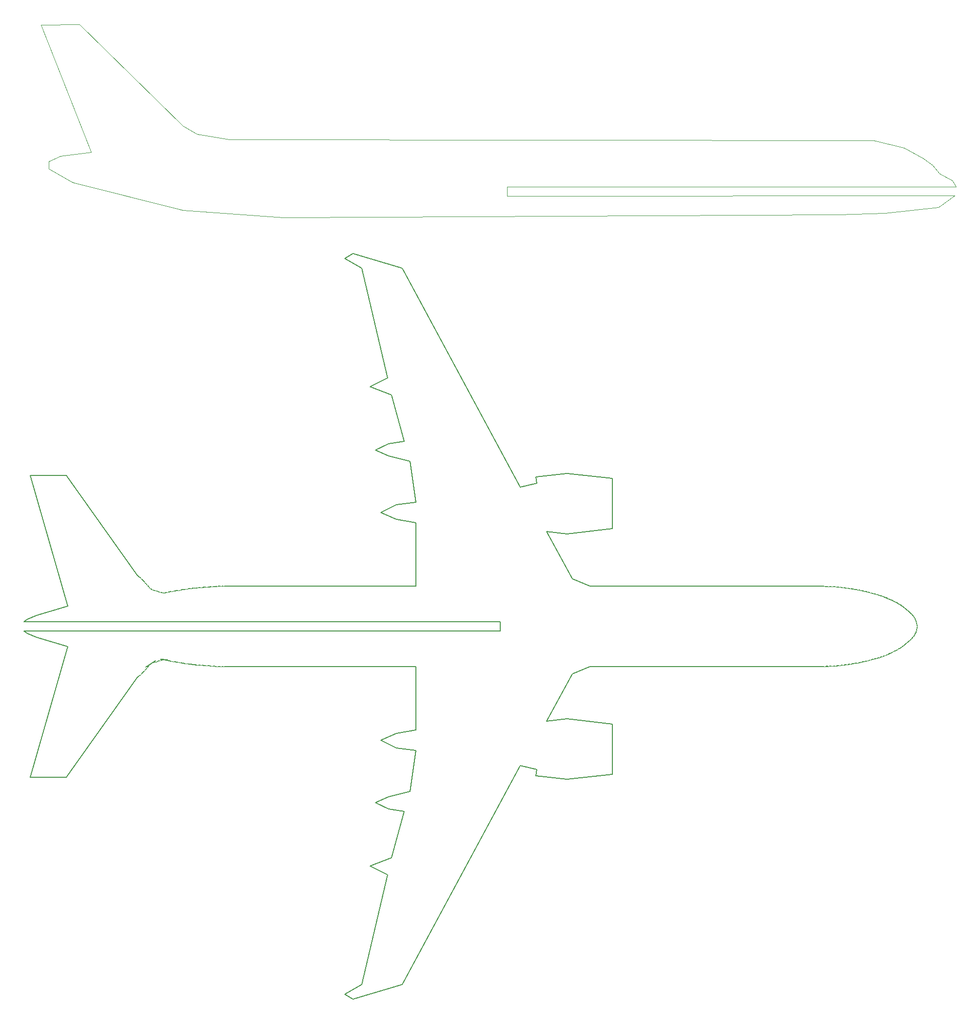
<source format=gbr>
%TF.GenerationSoftware,KiCad,Pcbnew,7.0.10*%
%TF.CreationDate,2024-11-14T11:49:19-05:00*%
%TF.ProjectId,plane,706c616e-652e-46b6-9963-61645f706362,rev?*%
%TF.SameCoordinates,Original*%
%TF.FileFunction,Profile,NP*%
%FSLAX46Y46*%
G04 Gerber Fmt 4.6, Leading zero omitted, Abs format (unit mm)*
G04 Created by KiCad (PCBNEW 7.0.10) date 2024-11-14 11:49:19*
%MOMM*%
%LPD*%
G01*
G04 APERTURE LIST*
%ADD10C,0.200000*%
%TA.AperFunction,Profile*%
%ADD11C,0.200000*%
%TD*%
%TA.AperFunction,Profile*%
%ADD12C,0.100000*%
%TD*%
G04 APERTURE END LIST*
D10*
X50658339Y-116784307D02*
X50861790Y-116738724D01*
X50931715Y-116722356D01*
X172230787Y-128657958D02*
X172429172Y-128612095D01*
X172563856Y-128580435D01*
X47672299Y-129664860D02*
X47799111Y-129505351D01*
X47836464Y-129457095D01*
D11*
X86312092Y-164219050D02*
X90024649Y-162737028D01*
D12*
X167713473Y-129402646D02*
X167066067Y-129457153D01*
X165096288Y-129538916D02*
X166675138Y-129482971D01*
D10*
X180031162Y-125013369D02*
X180171229Y-124880515D01*
D11*
X33792972Y-126077134D02*
X28402318Y-124532936D01*
D10*
X60523754Y-129600935D02*
X60731019Y-129609342D01*
X60801525Y-129611452D01*
X180960766Y-123816964D02*
X181035445Y-123652596D01*
D12*
X59881275Y-129563342D02*
X59570154Y-129542203D01*
X49245855Y-128704821D02*
X48960150Y-128793015D01*
D10*
X180260070Y-124790824D02*
X180388800Y-124655005D01*
D12*
X165096288Y-115645992D02*
X166020223Y-115669171D01*
X48960150Y-116391893D02*
X49245855Y-116480087D01*
X178223857Y-126413616D02*
X179261882Y-125667244D01*
D10*
X179261882Y-125667244D02*
X179419039Y-125540969D01*
X179424055Y-125536899D01*
D12*
X177029840Y-118113370D02*
X175626591Y-117515717D01*
X174643736Y-128009687D02*
X176577304Y-127280884D01*
D11*
X27287262Y-96396927D02*
X33792972Y-119107774D01*
D10*
X166020223Y-129515737D02*
X166229488Y-129506899D01*
X166413833Y-129498135D01*
X164697634Y-129540000D02*
X164909574Y-129539938D01*
X165096288Y-129538916D01*
D11*
X87185043Y-91988622D02*
X89492553Y-93007027D01*
D12*
X181227247Y-122129045D02*
X180960766Y-121367944D01*
D10*
X53465978Y-116253368D02*
X53675855Y-116220436D01*
X53882515Y-116188510D01*
X54085161Y-116157687D01*
X54195716Y-116141075D01*
D12*
X47277392Y-115068001D02*
X46671819Y-114459427D01*
D10*
X179786421Y-119952370D02*
X179935367Y-120083492D01*
X168610145Y-129304007D02*
X168812589Y-129278319D01*
X168990703Y-129254807D01*
X45831089Y-113686831D02*
X45990311Y-113829179D01*
X46143845Y-113967608D01*
X46307762Y-114116819D01*
X46371360Y-114175148D01*
D11*
X81884685Y-58695198D02*
X84820409Y-60429945D01*
D10*
X50361871Y-116795540D02*
X50527470Y-116808407D01*
D12*
X174842161Y-117239943D02*
X173629604Y-116876114D01*
X180031162Y-125013369D02*
X179424055Y-125536899D01*
D10*
X172781622Y-128527600D02*
X172984020Y-128477563D01*
X173104532Y-128447269D01*
D11*
X112376189Y-98394203D02*
X115276068Y-97708777D01*
D10*
X168610145Y-115880901D02*
X168812589Y-115906588D01*
X168990703Y-115930101D01*
X180031162Y-120171539D02*
X180171229Y-120304393D01*
D11*
X128394056Y-105652810D02*
X120525945Y-106578618D01*
D10*
X59881275Y-129563342D02*
X60086133Y-129576630D01*
X60289213Y-129589061D01*
X60301360Y-129589777D01*
D11*
X90863321Y-143683800D02*
X88121785Y-142384717D01*
D10*
X172230787Y-116526950D02*
X172429172Y-116572812D01*
X172563856Y-116604473D01*
D11*
X128394056Y-96910465D02*
X128394056Y-105652810D01*
D10*
X171078225Y-128903833D02*
X171277434Y-128863974D01*
X171431363Y-128832559D01*
D11*
X33573370Y-96396927D02*
X45831089Y-113686831D01*
X27287262Y-148787980D02*
X33792972Y-126077134D01*
X94247102Y-104615933D02*
X90863321Y-104010150D01*
X94247102Y-140568975D02*
X94247102Y-129592906D01*
X128394056Y-139532097D02*
X120525945Y-138606290D01*
D12*
X51225692Y-128527016D02*
X51078704Y-128494784D01*
D11*
X89492553Y-152177881D02*
X93227257Y-151261013D01*
X83352547Y-187300799D02*
X91826116Y-184754963D01*
D10*
X47672299Y-115520048D02*
X47799111Y-115679556D01*
X47836464Y-115727813D01*
D12*
X57170195Y-129357084D02*
X56840476Y-129331389D01*
D11*
X116899971Y-106115714D02*
X121378831Y-114338573D01*
X90863321Y-101501108D02*
X88121785Y-102800191D01*
D12*
X50931715Y-116722356D02*
X51225692Y-116657892D01*
D10*
X179786421Y-125232538D02*
X179935367Y-125101416D01*
X49245855Y-128704821D02*
X49446631Y-128644001D01*
X49644569Y-128584898D01*
X49670572Y-128577184D01*
X50658339Y-128400601D02*
X50861790Y-128446183D01*
X50931715Y-128462552D01*
D12*
X167713473Y-115782262D02*
X167970764Y-115808164D01*
D11*
X51123835Y-128412024D02*
X49896051Y-128345658D01*
D12*
X172230787Y-116526950D02*
X171078225Y-116281075D01*
X169242424Y-129219100D02*
X168355365Y-129334988D01*
X52224457Y-128722460D02*
X51768920Y-128638497D01*
D10*
X57170195Y-129357084D02*
X57381593Y-129373681D01*
X57584381Y-129389681D01*
X57705763Y-129399287D01*
X49915805Y-128505536D02*
X50109629Y-128450185D01*
X50225456Y-128418190D01*
D11*
X49033283Y-128577941D02*
X47346823Y-129630328D01*
X27287262Y-148787980D02*
X33573370Y-148787980D01*
X33573370Y-148787980D02*
X45831089Y-131498077D01*
D10*
X173315868Y-116792500D02*
X173512453Y-116844546D01*
X173629604Y-116876114D01*
D12*
X180469233Y-120622190D02*
X179786421Y-119952370D01*
D10*
X169865934Y-116061784D02*
X170074142Y-116096342D01*
X170235347Y-116123837D01*
X47923086Y-129347940D02*
X48050705Y-129204669D01*
X54611444Y-129104066D02*
X54825371Y-129134497D01*
X55036673Y-129164028D01*
X55141129Y-129178406D01*
X165361018Y-129534752D02*
X165571632Y-129530302D01*
X165757174Y-129525409D01*
D11*
X49896051Y-128345658D02*
X51123835Y-128412024D01*
D12*
X53465978Y-116253368D02*
X52960206Y-116334461D01*
X178981602Y-119299772D02*
X178007063Y-118638307D01*
D11*
X89322509Y-165707617D02*
X86312092Y-164219050D01*
D10*
X174842161Y-117239943D02*
X175036728Y-117304927D01*
X175138313Y-117339554D01*
D12*
X173629604Y-116876114D02*
X172230787Y-116526950D01*
D10*
X166020223Y-115669171D02*
X166229488Y-115678008D01*
X166413833Y-115686773D01*
D12*
X48585244Y-116262982D02*
X48374298Y-116180697D01*
D11*
X94247102Y-104615933D02*
X94247102Y-115592002D01*
D10*
X56437608Y-129301144D02*
X56641253Y-129316279D01*
X56840476Y-129331389D01*
X181255046Y-122926880D02*
X181292126Y-122729099D01*
X173835474Y-128251384D02*
X174036797Y-128194011D01*
X174141673Y-128163556D01*
X175334192Y-127775990D02*
X175526294Y-127706319D01*
X175626591Y-127669191D01*
X176760154Y-127197892D02*
X176946245Y-127111281D01*
X177029840Y-127071538D01*
D12*
X47541648Y-129823531D02*
X47836464Y-129457095D01*
X178007063Y-118638307D02*
X177029840Y-118113370D01*
D11*
X33792972Y-119107774D02*
X28355295Y-120665442D01*
X128394056Y-148274443D02*
X128394056Y-139532097D01*
D10*
X177620970Y-118417369D02*
X177799313Y-118516557D01*
X177857556Y-118549708D01*
D11*
X84820409Y-184754963D02*
X89322509Y-165707617D01*
D10*
X177203722Y-118199347D02*
X177387674Y-118292770D01*
X177458492Y-118329545D01*
X48160814Y-116061863D02*
X48336173Y-116162254D01*
X48374298Y-116180697D01*
X45831089Y-131498077D02*
X45990311Y-131355728D01*
X46143845Y-131217299D01*
X46307762Y-131068088D01*
X46371360Y-131009760D01*
D12*
X181079876Y-123538622D02*
X181292126Y-122729099D01*
X168610145Y-115880901D02*
X168355365Y-115849920D01*
X56437608Y-129301144D02*
X56250665Y-129307975D01*
D10*
X176296688Y-127401769D02*
X176481331Y-127322792D01*
X176577304Y-127280884D01*
X51225692Y-116657892D02*
X51430136Y-116614818D01*
X51638654Y-116572309D01*
X51768920Y-116546411D01*
X179529475Y-119734858D02*
X179685284Y-119865216D01*
X47277392Y-130116907D02*
X47417311Y-129964381D01*
X47541648Y-129823531D01*
D11*
X112376189Y-146790705D02*
X115276068Y-147476131D01*
X89492553Y-90847624D02*
X87185043Y-91988622D01*
D10*
X54611444Y-116080842D02*
X54825371Y-116050410D01*
X55036673Y-116020879D01*
X55141129Y-116006502D01*
D11*
X28355295Y-120665442D02*
X26759484Y-121331152D01*
D12*
X166413833Y-115686773D02*
X167066067Y-115727755D01*
D10*
X55977409Y-115915841D02*
X56177655Y-115902465D01*
X56211225Y-115900163D01*
X164697634Y-115644907D02*
X164909574Y-115644969D01*
X165096288Y-115645992D01*
D11*
X26181779Y-123407090D02*
X108927309Y-123407090D01*
D10*
X55374137Y-129209340D02*
X55573151Y-129234693D01*
X55623682Y-129240778D01*
X58089026Y-115755350D02*
X58305951Y-115738290D01*
X58523276Y-115721279D01*
X58667948Y-115710011D01*
D11*
X27287262Y-96396927D02*
X33573370Y-96396927D01*
D12*
X58089026Y-129429557D02*
X57705763Y-129399287D01*
D10*
X170478604Y-129017511D02*
X170682674Y-128980038D01*
X170840513Y-128950383D01*
X55977409Y-129269067D02*
X56177655Y-129282442D01*
X56211225Y-129284745D01*
X167325488Y-129436555D02*
X167531797Y-129419039D01*
X167713473Y-129402646D01*
X57170195Y-115827823D02*
X57381593Y-115811226D01*
X57584381Y-115795226D01*
X57705763Y-115785621D01*
D12*
X59039934Y-129503155D02*
X58667948Y-129474897D01*
D10*
X48585244Y-116262982D02*
X48775120Y-116330549D01*
X48960150Y-116391893D01*
X50361871Y-128389368D02*
X50527470Y-128376501D01*
X170478604Y-116167397D02*
X170682674Y-116204868D01*
X170840513Y-116234524D01*
D11*
X55061156Y-129179915D02*
X56250665Y-129307975D01*
D10*
X181177829Y-121942726D02*
X181227247Y-122129045D01*
X176296688Y-117783139D02*
X176481331Y-117862115D01*
X176577304Y-117904024D01*
D12*
X49915805Y-116679372D02*
X49245855Y-116480087D01*
D10*
X47277392Y-115068001D02*
X47417311Y-115220526D01*
X47541648Y-115361377D01*
D12*
X51768920Y-116546411D02*
X52224457Y-116462448D01*
D11*
X94247102Y-101014411D02*
X93227257Y-93923895D01*
X115027402Y-148528179D02*
X120525945Y-149175169D01*
D10*
X48585244Y-128921926D02*
X48775120Y-128854358D01*
X48960150Y-128793015D01*
D11*
X94247102Y-129592906D02*
X61061644Y-129592906D01*
D10*
X178683293Y-126104369D02*
X178848640Y-125984936D01*
X178865418Y-125972603D01*
D12*
X179424055Y-125536899D02*
X178558243Y-126192442D01*
D10*
X59039934Y-115681753D02*
X59243428Y-115666554D01*
X59457703Y-115650827D01*
X59570154Y-115642705D01*
D11*
X89322509Y-79477291D02*
X86312092Y-80965858D01*
D10*
X60922563Y-115573573D02*
X61045347Y-115580268D01*
D12*
X181255046Y-122926880D02*
X181255046Y-122258028D01*
D11*
X115027402Y-96656729D02*
X120525945Y-96009739D01*
D10*
X181177829Y-123242182D02*
X181227247Y-123055862D01*
D11*
X115276068Y-97708777D02*
X115027402Y-96656729D01*
D10*
X48160814Y-129123045D02*
X48336173Y-129022653D01*
X48374298Y-129004211D01*
X60922563Y-129611335D02*
X61045347Y-129604640D01*
D12*
X176296688Y-127401769D02*
X178558243Y-126192442D01*
X171078225Y-116281075D02*
X169618009Y-116021845D01*
D11*
X81884685Y-58695198D02*
X83352547Y-57884109D01*
D10*
X169865934Y-129123124D02*
X170074142Y-129088565D01*
X170235347Y-129061071D01*
D11*
X120525945Y-138606290D02*
X116899971Y-139069194D01*
D10*
X171662782Y-116401321D02*
X171867265Y-116445454D01*
X172006150Y-116475965D01*
X52224457Y-116462448D02*
X52424970Y-116426609D01*
X52630867Y-116390582D01*
X52841449Y-116354492D01*
X52960206Y-116334461D01*
X167970764Y-115808164D02*
X168175308Y-115829866D01*
X168355365Y-115849920D01*
X173315868Y-128392408D02*
X173512453Y-128340361D01*
X173629604Y-128308794D01*
D11*
X26742220Y-123840408D02*
X28402318Y-124532936D01*
D12*
X47069454Y-130336025D02*
X47277392Y-130116907D01*
D10*
X177203722Y-126985561D02*
X177387674Y-126892137D01*
X177458492Y-126855363D01*
D11*
X121378831Y-114338573D02*
X124460000Y-115644907D01*
X116899971Y-139069194D02*
X121378831Y-130846335D01*
X81884685Y-186489710D02*
X83352547Y-187300799D01*
D10*
X46671819Y-130725481D02*
X46816464Y-130586052D01*
X46964740Y-130440586D01*
X47069454Y-130336025D01*
X174343277Y-128102867D02*
X174540735Y-128042048D01*
X174643736Y-128009687D01*
D12*
X50931715Y-128462552D02*
X50361871Y-128389368D01*
D11*
X94247102Y-144170497D02*
X93227257Y-151261013D01*
D10*
X169242424Y-129219100D02*
X169442291Y-129189736D01*
X169618009Y-129163063D01*
D11*
X91826116Y-60429945D02*
X112376189Y-98394203D01*
D10*
X181079876Y-121646286D02*
X181141778Y-121821353D01*
D11*
X120525945Y-149175169D02*
X128394056Y-148274443D01*
X115276068Y-147476131D02*
X115027402Y-148528179D01*
D10*
X172781622Y-116657308D02*
X172984020Y-116707344D01*
X173104532Y-116737639D01*
D12*
X50931715Y-128462552D02*
X51225692Y-128527016D01*
D11*
X26759484Y-121331152D02*
X26169787Y-121787090D01*
X84820409Y-60429945D02*
X89322509Y-79477291D01*
D10*
X47923086Y-115836968D02*
X48050705Y-115980239D01*
X59881275Y-115621566D02*
X60086133Y-115608277D01*
X60289213Y-115595846D01*
X60301360Y-115595131D01*
D12*
X181079876Y-123538622D02*
X180656068Y-124326362D01*
D10*
X178007063Y-126546601D02*
X178183965Y-126438553D01*
X178223857Y-126413616D01*
X51225692Y-128527016D02*
X51430136Y-128570089D01*
X51638654Y-128612598D01*
X51768920Y-128638497D01*
X169242424Y-115965808D02*
X169442291Y-115995171D01*
X169618009Y-116021845D01*
D12*
X56211225Y-115900163D02*
X55141129Y-116006502D01*
X56437608Y-115883764D02*
X55977409Y-115915841D01*
D10*
X55721906Y-115934328D02*
X55857639Y-115923620D01*
X174842161Y-127944965D02*
X175036728Y-127879980D01*
X175138313Y-127845353D01*
X180819781Y-121106159D02*
X180907712Y-121260883D01*
X60523754Y-115583973D02*
X60731019Y-115575565D01*
X60801525Y-115573456D01*
X167325488Y-115748353D02*
X167531797Y-115765868D01*
X167713473Y-115782262D01*
D12*
X180907712Y-121260883D02*
X180469233Y-120622190D01*
X169242424Y-129219100D02*
X170478604Y-129017511D01*
D10*
X55374137Y-115975567D02*
X55573151Y-115950214D01*
X55623682Y-115944130D01*
X178360333Y-126325056D02*
X178527905Y-126213140D01*
X178558243Y-126192442D01*
X177620970Y-126767539D02*
X177799313Y-126668350D01*
X177857556Y-126635200D01*
D11*
X92226442Y-154730506D02*
X89492553Y-154337284D01*
D12*
X175819748Y-117589999D02*
X174643736Y-117175221D01*
D11*
X90863321Y-141174758D02*
X88121785Y-142384717D01*
D12*
X180584795Y-124422389D02*
X180031162Y-125013369D01*
D10*
X180260070Y-120394084D02*
X180388800Y-120529903D01*
D11*
X91826116Y-184754963D02*
X112376189Y-146790705D01*
D12*
X46371360Y-114175148D02*
X46671819Y-114459427D01*
D10*
X166675138Y-129482971D02*
X166882990Y-129469764D01*
X167066067Y-129457153D01*
X165361018Y-115650155D02*
X165571632Y-115654605D01*
X165757174Y-115659499D01*
D11*
X124460000Y-115644907D02*
X164697634Y-115644907D01*
D10*
X180960766Y-121367944D02*
X181035445Y-121532312D01*
D12*
X172230787Y-128657958D02*
X170840513Y-128950383D01*
D10*
X180469233Y-124562718D02*
X180584795Y-124422389D01*
X181255046Y-122258028D02*
X181292126Y-122455809D01*
X46671819Y-114459427D02*
X46816464Y-114598855D01*
X46964740Y-114744321D01*
X47069454Y-114848883D01*
D11*
X90024649Y-162737028D02*
X92226442Y-154730506D01*
X89492553Y-93007027D02*
X93227257Y-93923895D01*
D10*
X176760154Y-117987015D02*
X176946245Y-118073626D01*
X177029840Y-118113370D01*
D11*
X124460000Y-129540000D02*
X164697634Y-129540000D01*
X108927309Y-123407090D02*
X26181779Y-123407090D01*
X83352547Y-57884109D02*
X91826116Y-60429945D01*
X94247102Y-140568975D02*
X90863321Y-141174758D01*
D10*
X171662782Y-128783586D02*
X171867265Y-128739453D01*
X172006150Y-128708943D01*
X180819781Y-124078748D02*
X180907712Y-123924025D01*
D12*
X181292126Y-122729099D02*
X181227247Y-122129045D01*
D11*
X26181779Y-123407090D02*
X26742220Y-123840408D01*
X26169787Y-121787090D02*
X108927309Y-121787090D01*
D10*
X181079876Y-123538622D02*
X181141778Y-123363555D01*
D11*
X121378831Y-130846335D02*
X124460000Y-129540000D01*
D10*
X175334192Y-117408918D02*
X175526294Y-117478588D01*
X175626591Y-117515717D01*
D12*
X60523754Y-129600935D02*
X60301360Y-129589777D01*
X50225456Y-128418190D02*
X49670572Y-128577184D01*
X56840476Y-115853519D02*
X60301360Y-115595131D01*
D10*
X180656068Y-120858546D02*
X180757754Y-121005173D01*
X49245855Y-116480087D02*
X49446631Y-116540906D01*
X49644569Y-116600009D01*
X49670572Y-116607724D01*
X171078225Y-116281075D02*
X171277434Y-116320933D01*
X171431363Y-116352349D01*
D12*
X54611444Y-129104066D02*
X54195716Y-129043833D01*
X168990703Y-129254807D02*
X168610145Y-129304007D01*
D11*
X90863321Y-104010150D02*
X88121785Y-102800191D01*
D10*
X167970764Y-129376744D02*
X168175308Y-129355040D01*
X168355365Y-129334988D01*
D11*
X56250665Y-129307975D02*
X55061156Y-129179915D01*
D12*
X167066067Y-115727755D02*
X167325488Y-115748353D01*
D11*
X86312092Y-80965858D02*
X90024649Y-82447880D01*
X94247102Y-115592002D02*
X61061644Y-115592002D01*
D10*
X174343277Y-117082041D02*
X174540735Y-117142859D01*
X174643736Y-117175221D01*
X49915805Y-116679372D02*
X50109629Y-116734722D01*
X50225456Y-116766718D01*
D12*
X60801525Y-115573456D02*
X60301360Y-115595131D01*
D11*
X108927309Y-121787090D02*
X108927309Y-123407090D01*
D10*
X55721906Y-129250580D02*
X55857639Y-129261288D01*
D11*
X94247102Y-144170497D02*
X90863321Y-143683800D01*
D12*
X53803287Y-35671151D02*
X56211884Y-37158813D01*
X61879171Y-38056134D01*
X173763689Y-38197816D01*
X178958702Y-39496569D01*
X182382687Y-41314824D01*
X183964805Y-42566350D01*
X185145490Y-44006785D01*
X187341563Y-45140242D01*
X188073588Y-46297313D01*
X110099279Y-46226472D01*
X110075666Y-47879431D01*
X187816671Y-47808590D01*
X185030255Y-49792140D01*
X175679232Y-50831143D01*
X167579735Y-51067280D01*
X71198079Y-51563167D01*
X53747559Y-50288028D01*
X34644080Y-45518061D01*
X30480847Y-43130023D01*
X30449343Y-41834325D01*
X32480121Y-40960618D01*
X37840430Y-40275821D01*
X29126976Y-18126176D01*
X35786038Y-18078948D01*
X53803287Y-35671151D01*
X169865934Y-116061784D02*
X168610145Y-115880901D01*
D11*
X90024649Y-82447880D02*
X92226442Y-90454402D01*
D10*
X180656068Y-124326362D02*
X180757754Y-124179735D01*
D11*
X89492553Y-154337284D02*
X87185043Y-153196285D01*
X120525945Y-96009739D02*
X128394056Y-96910465D01*
D12*
X46371360Y-131009760D02*
X46671819Y-130725481D01*
D10*
X166675138Y-115701937D02*
X166882990Y-115715143D01*
X167066067Y-115727755D01*
D12*
X53465978Y-128931539D02*
X52960206Y-128850447D01*
D10*
X179261882Y-119517664D02*
X179419039Y-119643938D01*
X179424055Y-119648009D01*
D12*
X54195716Y-116141075D02*
X54611444Y-116080842D01*
D10*
X180469233Y-120622190D02*
X180584795Y-120762519D01*
D11*
X120525945Y-106578618D02*
X116899971Y-106115714D01*
D12*
X174643736Y-128009687D02*
X172563856Y-128580435D01*
D11*
X108927309Y-123407090D02*
X108927309Y-122597090D01*
X47346823Y-129630328D02*
X49033283Y-128577941D01*
D10*
X175819748Y-117589999D02*
X176008919Y-117664503D01*
X176107543Y-117704150D01*
X53465978Y-128931539D02*
X53675855Y-128964471D01*
X53882515Y-128996397D01*
X54085161Y-129027220D01*
X54195716Y-129043833D01*
X56437608Y-115883764D02*
X56641253Y-115868628D01*
X56840476Y-115853519D01*
D12*
X179786421Y-119952370D02*
X178981602Y-119299772D01*
D11*
X92226442Y-90454402D02*
X89492553Y-90847624D01*
D10*
X52224457Y-128722460D02*
X52424970Y-128758298D01*
X52630867Y-128794325D01*
X52841449Y-128830415D01*
X52960206Y-128850447D01*
X58089026Y-129429557D02*
X58305951Y-129446617D01*
X58523276Y-129463628D01*
X58667948Y-129474897D01*
D11*
X87185043Y-153196285D02*
X89492553Y-152177881D01*
D10*
X175819748Y-127594909D02*
X176008919Y-127520404D01*
X176107543Y-127480757D01*
D11*
X81884685Y-186489710D02*
X84820409Y-184754963D01*
X94247102Y-101014411D02*
X90863321Y-101501108D01*
D10*
X173835474Y-116933524D02*
X174036797Y-116990896D01*
X174141673Y-117021352D01*
X59039934Y-129503155D02*
X59243428Y-129518352D01*
X59457703Y-129534079D01*
X59570154Y-129542203D01*
X178683293Y-119080539D02*
X178848640Y-119199971D01*
X178865418Y-119212305D01*
X178981602Y-125885136D02*
X179141452Y-125762410D01*
X179151954Y-125754241D01*
D12*
X167389770Y-129429900D02*
X167970764Y-129376744D01*
D10*
X178007063Y-118638307D02*
X178183965Y-118746354D01*
X178223857Y-118771292D01*
X178981602Y-119299772D02*
X179141452Y-119422497D01*
X179151954Y-119430667D01*
X179529475Y-125450050D02*
X179685284Y-125319692D01*
X178360333Y-118859852D02*
X178527905Y-118971767D01*
X178558243Y-118992466D01*
M02*

</source>
